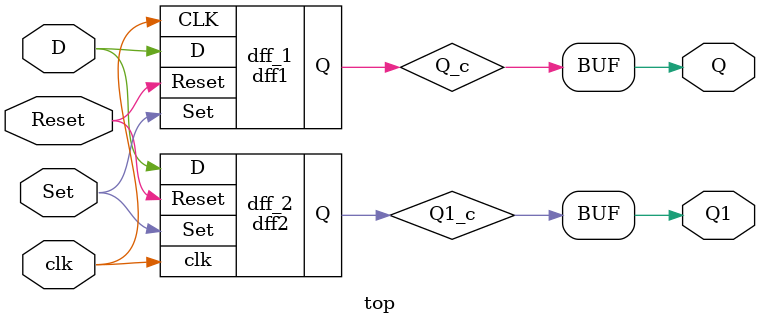
<source format=v>
`timescale 1ns / 1ps
module dff1(
    input CLK,
    input D,
    input Reset,
    input Set,
    output reg Q
    );
    always@(posedge CLK)   //Ê±ÖÓÐÅºÅÉÏÉýÑØµ½À´Ê±½øÈëÄ£¿é
            begin
            if(!Reset) Q<=1'b0;   //Èç¹ûResetµÍµçÆ½0
            else if(!Set) Q<=1'b1;  //Èç¹ûSetÎªµÍµçÆ½£¬ÔòÖÃ1
            else Q<=D;        //·ñÔò½«D¸³Öµ¸øQ
            end
endmodule

module dff2(
    input clk,
    input D,
    input Reset,
    input Set,
    output reg Q
    );
always@(posedge clk or negedge Reset or negedge Set)
begin
    if(!Reset) Q<=1'b0;
    else if(!Set) Q<=1'b1;
    else Q<=D;
end
endmodule

module top(
    input clk,
    input D,
    input Reset,
    input Set,
    output Q,
    output Q1
    );
    wire Q_c, Q1_c;
    
    dff1 dff_1(clk, D, Reset, Set, Q_c);
    
    dff2 dff_2(clk, D, Reset, Set, Q1_c);
    
    assign Q = Q_c;
    assign Q1 = Q1_c;
    
endmodule

</source>
